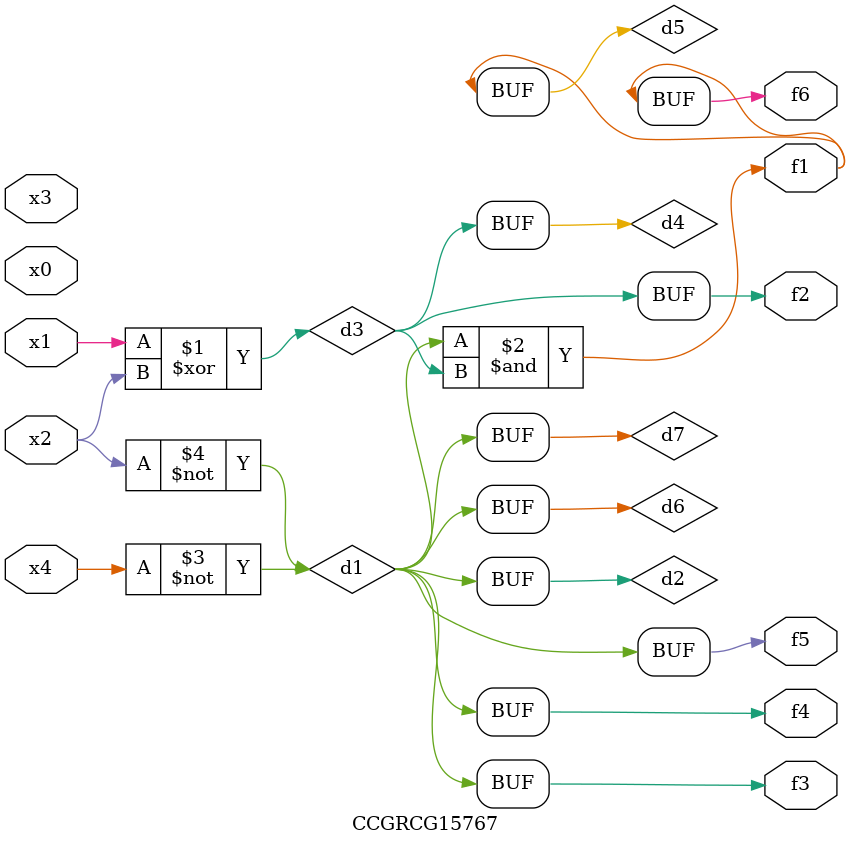
<source format=v>
module CCGRCG15767(
	input x0, x1, x2, x3, x4,
	output f1, f2, f3, f4, f5, f6
);

	wire d1, d2, d3, d4, d5, d6, d7;

	not (d1, x4);
	not (d2, x2);
	xor (d3, x1, x2);
	buf (d4, d3);
	and (d5, d1, d3);
	buf (d6, d1, d2);
	buf (d7, d2);
	assign f1 = d5;
	assign f2 = d4;
	assign f3 = d7;
	assign f4 = d7;
	assign f5 = d7;
	assign f6 = d5;
endmodule

</source>
